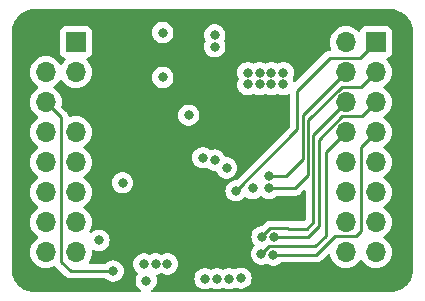
<source format=gbr>
%TF.GenerationSoftware,KiCad,Pcbnew,7.0.7-2.fc38*%
%TF.CreationDate,2023-11-16T23:20:58-08:00*%
%TF.ProjectId,TinySparrow,54696e79-5370-4617-9272-6f772e6b6963,rev?*%
%TF.SameCoordinates,Original*%
%TF.FileFunction,Copper,L3,Inr*%
%TF.FilePolarity,Positive*%
%FSLAX46Y46*%
G04 Gerber Fmt 4.6, Leading zero omitted, Abs format (unit mm)*
G04 Created by KiCad (PCBNEW 7.0.7-2.fc38) date 2023-11-16 23:20:58*
%MOMM*%
%LPD*%
G01*
G04 APERTURE LIST*
%TA.AperFunction,ComponentPad*%
%ADD10R,1.700000X1.700000*%
%TD*%
%TA.AperFunction,ComponentPad*%
%ADD11O,1.700000X1.700000*%
%TD*%
%TA.AperFunction,ViaPad*%
%ADD12C,0.800000*%
%TD*%
%TA.AperFunction,Conductor*%
%ADD13C,0.250000*%
%TD*%
G04 APERTURE END LIST*
D10*
%TO.N,/CANL*%
%TO.C,J1*%
X172450000Y-84620000D03*
D11*
%TO.N,GND*%
X169910000Y-84620000D03*
%TO.N,/CANH*%
X172450000Y-87160000D03*
%TO.N,/PA0*%
X169910000Y-87160000D03*
%TO.N,GND*%
X172450000Y-89700000D03*
%TO.N,/~{RESET}*%
X169910000Y-89700000D03*
%TO.N,/SWDIO*%
X172450000Y-92240000D03*
%TO.N,/SWCLK*%
X169910000Y-92240000D03*
%TO.N,/PA15*%
X172450000Y-94780000D03*
%TO.N,/PB3*%
X169910000Y-94780000D03*
%TO.N,/PB4*%
X172450000Y-97320000D03*
%TO.N,/PB5*%
X169910000Y-97320000D03*
%TO.N,/PB6*%
X172450000Y-99860000D03*
%TO.N,/PB7*%
X169910000Y-99860000D03*
%TO.N,/PD0*%
X172450000Y-102400000D03*
%TO.N,/PD1*%
X169910000Y-102400000D03*
%TD*%
D10*
%TO.N,/PA8*%
%TO.C,J2*%
X197850000Y-84620000D03*
D11*
%TO.N,+3V3*%
X195310000Y-84620000D03*
%TO.N,/PA9*%
X197850000Y-87160000D03*
%TO.N,/PA10*%
X195310000Y-87160000D03*
%TO.N,/PB1*%
X197850000Y-89700000D03*
%TO.N,/PB2*%
X195310000Y-89700000D03*
%TO.N,/PA7*%
X197850000Y-92240000D03*
%TO.N,/PB0*%
X195310000Y-92240000D03*
%TO.N,/PA2*%
X197850000Y-94780000D03*
%TO.N,/PA1*%
X195310000Y-94780000D03*
%TO.N,/PA4*%
X197850000Y-97320000D03*
%TO.N,/PA3*%
X195310000Y-97320000D03*
%TO.N,/PA6*%
X197850000Y-99860000D03*
%TO.N,/PA5*%
X195310000Y-99860000D03*
%TO.N,VDC*%
X197850000Y-102400000D03*
X195310000Y-102400000D03*
%TD*%
D12*
%TO.N,GND*%
X175000000Y-91200000D03*
X183800000Y-92600000D03*
X200400000Y-96200000D03*
X172200000Y-105200000D03*
X169200000Y-105200000D03*
X171200000Y-105200000D03*
X200400000Y-97200000D03*
X177000000Y-91200000D03*
X181200000Y-97800000D03*
X181200000Y-98800000D03*
X177000000Y-90200000D03*
X176600000Y-98800000D03*
X200400000Y-95200000D03*
X181200000Y-99800000D03*
X175000000Y-89200000D03*
X182200000Y-98800000D03*
X175000000Y-90200000D03*
X170200000Y-105200000D03*
X176000000Y-90200000D03*
X200400000Y-98200000D03*
X200400000Y-100200000D03*
X180200000Y-98800000D03*
X177000000Y-89200000D03*
X176000000Y-91200000D03*
X200400000Y-102200000D03*
X176000000Y-89200000D03*
X200400000Y-99200000D03*
X200400000Y-101200000D03*
%TO.N,+3V3*%
X190000000Y-88200000D03*
X184200000Y-85000000D03*
X178400000Y-104800000D03*
X187400000Y-97000000D03*
X174400000Y-101400000D03*
X187000000Y-88200000D03*
X188000000Y-87200000D03*
X188000000Y-88200000D03*
X189000000Y-87200000D03*
X184200000Y-84000000D03*
X190000000Y-87200000D03*
X187000000Y-87200000D03*
X189000000Y-88200000D03*
X182000000Y-90800000D03*
%TO.N,/~{RESET}*%
X175600000Y-104000000D03*
%TO.N,/PA0*%
X178200497Y-103400000D03*
%TO.N,/PA1*%
X179200000Y-103400000D03*
%TO.N,/PA2*%
X180200000Y-103400000D03*
%TO.N,/PA3*%
X183388000Y-104648000D03*
%TO.N,/PA4*%
X184387503Y-104648000D03*
%TO.N,/PA5*%
X185420000Y-104648000D03*
%TO.N,/PA6*%
X186418306Y-104599103D03*
%TO.N,/PA7*%
X189152966Y-102632142D03*
%TO.N,/PB0*%
X188157582Y-102541500D03*
%TO.N,/PB1*%
X189213503Y-101092000D03*
%TO.N,/PB2*%
X188214000Y-101092000D03*
%TO.N,/PA8*%
X186000000Y-97200000D03*
%TO.N,/PA9*%
X188800000Y-97000000D03*
%TO.N,/PA10*%
X188812299Y-95987701D03*
%TO.N,/CANRX*%
X179800000Y-83800000D03*
X185200000Y-95263201D03*
%TO.N,/CANTX*%
X179800000Y-87600000D03*
X184200000Y-94600000D03*
%TO.N,/SWDIO*%
X183200000Y-94400000D03*
%TO.N,/PB7*%
X176400000Y-96524500D03*
%TD*%
D13*
%TO.N,/~{RESET}*%
X171200000Y-103200000D02*
X172000000Y-104000000D01*
X172000000Y-104000000D02*
X175600000Y-104000000D01*
X169910000Y-89700000D02*
X171200000Y-90990000D01*
X171200000Y-90990000D02*
X171200000Y-103200000D01*
%TO.N,/PA7*%
X192802858Y-102632142D02*
X194400000Y-101035000D01*
X189152966Y-102632142D02*
X192802858Y-102632142D01*
X196600000Y-100600000D02*
X196600000Y-93490000D01*
X196165000Y-101035000D02*
X196600000Y-100600000D01*
X194400000Y-101035000D02*
X196165000Y-101035000D01*
X196600000Y-93490000D02*
X197850000Y-92240000D01*
%TO.N,/PB0*%
X192692858Y-101907142D02*
X193600000Y-101000000D01*
X193600000Y-101000000D02*
X193600000Y-93950000D01*
X193600000Y-93950000D02*
X195310000Y-92240000D01*
X188157582Y-102541500D02*
X188791940Y-101907142D01*
X188791940Y-101907142D02*
X192692858Y-101907142D01*
%TO.N,/PB1*%
X189213503Y-101092000D02*
X192108000Y-101092000D01*
X193000000Y-92888300D02*
X195013299Y-90875000D01*
X193000000Y-100200000D02*
X193000000Y-92888300D01*
X196675000Y-90875000D02*
X197850000Y-89700000D01*
X192108000Y-101092000D02*
X193000000Y-100200000D01*
X195013299Y-90875000D02*
X196675000Y-90875000D01*
%TO.N,/PB2*%
X190400000Y-100400000D02*
X192000000Y-100400000D01*
X188214000Y-101066198D02*
X188913198Y-100367000D01*
X188214000Y-101092000D02*
X188214000Y-101066198D01*
X192000000Y-100400000D02*
X192550000Y-99850000D01*
X188913198Y-100367000D02*
X190367000Y-100367000D01*
X192550000Y-99850000D02*
X192550000Y-92460000D01*
X192550000Y-92460000D02*
X195310000Y-89700000D01*
X190367000Y-100367000D02*
X190400000Y-100400000D01*
%TO.N,/PA8*%
X191200000Y-88730000D02*
X193945000Y-85985000D01*
X196485000Y-85985000D02*
X197850000Y-84620000D01*
X191200000Y-92000000D02*
X186000000Y-97200000D01*
X193945000Y-85985000D02*
X196485000Y-85985000D01*
X191200000Y-88730000D02*
X191200000Y-92000000D01*
%TO.N,/PA9*%
X192100000Y-95900000D02*
X192100000Y-91248299D01*
X194948299Y-88400000D02*
X196610000Y-88400000D01*
X196610000Y-88400000D02*
X197850000Y-87160000D01*
X188800000Y-97000000D02*
X191000000Y-97000000D01*
X191000000Y-97000000D02*
X192100000Y-95900000D01*
X192100000Y-91248299D02*
X194948299Y-88400000D01*
%TO.N,/PA10*%
X191650000Y-90820000D02*
X195310000Y-87160000D01*
X191650000Y-94550000D02*
X191650000Y-90820000D01*
X190212299Y-95987701D02*
X191650000Y-94550000D01*
X188812299Y-95987701D02*
X190212299Y-95987701D01*
%TD*%
%TA.AperFunction,Conductor*%
%TO.N,GND*%
G36*
X199002019Y-81800633D02*
G01*
X199037198Y-81802938D01*
X199083708Y-81805986D01*
X199265459Y-81818985D01*
X199273100Y-81820015D01*
X199366738Y-81838641D01*
X199389420Y-81843153D01*
X199415023Y-81848722D01*
X199533666Y-81874531D01*
X199540383Y-81876395D01*
X199659437Y-81916809D01*
X199756671Y-81953076D01*
X199791741Y-81966157D01*
X199797499Y-81968643D01*
X199912952Y-82025578D01*
X200034906Y-82092170D01*
X200039634Y-82095032D01*
X200096571Y-82133076D01*
X200146649Y-82166537D01*
X200149358Y-82168454D01*
X200258652Y-82250271D01*
X200262345Y-82253265D01*
X200359502Y-82338469D01*
X200362448Y-82341228D01*
X200458769Y-82437549D01*
X200461526Y-82440492D01*
X200546729Y-82537648D01*
X200549732Y-82541353D01*
X200601564Y-82610592D01*
X200631543Y-82650639D01*
X200633461Y-82653349D01*
X200704962Y-82760357D01*
X200707828Y-82765091D01*
X200774421Y-82887047D01*
X200831355Y-83002499D01*
X200833841Y-83008257D01*
X200870212Y-83105768D01*
X200883196Y-83140578D01*
X200888289Y-83155581D01*
X200923597Y-83259596D01*
X200925472Y-83266352D01*
X200956846Y-83410579D01*
X200979980Y-83526880D01*
X200981015Y-83534560D01*
X200994017Y-83716350D01*
X200999367Y-83797966D01*
X200999500Y-83802023D01*
X200999500Y-103797975D01*
X200999367Y-103802032D01*
X200994017Y-103883648D01*
X200981015Y-104065438D01*
X200979980Y-104073118D01*
X200956846Y-104189420D01*
X200925472Y-104333646D01*
X200923597Y-104340401D01*
X200883197Y-104459418D01*
X200879208Y-104470115D01*
X200833841Y-104591741D01*
X200831355Y-104597499D01*
X200774421Y-104712952D01*
X200707828Y-104834907D01*
X200704961Y-104839641D01*
X200633461Y-104946649D01*
X200631543Y-104949359D01*
X200549744Y-105058631D01*
X200546723Y-105062357D01*
X200461529Y-105159502D01*
X200458755Y-105162464D01*
X200362464Y-105258755D01*
X200359502Y-105261529D01*
X200262357Y-105346723D01*
X200258631Y-105349744D01*
X200149359Y-105431543D01*
X200146649Y-105433461D01*
X200039641Y-105504961D01*
X200034907Y-105507828D01*
X199912952Y-105574421D01*
X199797499Y-105631355D01*
X199791741Y-105633841D01*
X199670956Y-105678893D01*
X199659418Y-105683197D01*
X199540401Y-105723597D01*
X199533646Y-105725472D01*
X199389420Y-105756846D01*
X199273118Y-105779980D01*
X199265438Y-105781015D01*
X199083648Y-105794017D01*
X199032582Y-105797364D01*
X199002025Y-105799367D01*
X198997976Y-105799500D01*
X178937961Y-105799500D01*
X178870922Y-105779815D01*
X178825167Y-105727011D01*
X178815223Y-105657853D01*
X178844248Y-105594297D01*
X178865076Y-105575182D01*
X178941306Y-105519796D01*
X179005871Y-105472888D01*
X179132533Y-105332216D01*
X179227179Y-105168284D01*
X179285674Y-104988256D01*
X179305460Y-104800000D01*
X179289485Y-104648000D01*
X182482540Y-104648000D01*
X182502326Y-104836256D01*
X182502327Y-104836259D01*
X182560818Y-105016277D01*
X182560821Y-105016284D01*
X182655467Y-105180216D01*
X182726184Y-105258755D01*
X182782129Y-105320888D01*
X182935265Y-105432148D01*
X182935270Y-105432151D01*
X183108192Y-105509142D01*
X183108197Y-105509144D01*
X183293354Y-105548500D01*
X183293355Y-105548500D01*
X183482644Y-105548500D01*
X183482646Y-105548500D01*
X183667803Y-105509144D01*
X183837316Y-105433670D01*
X183906564Y-105424386D01*
X183938187Y-105433671D01*
X184107695Y-105509142D01*
X184107700Y-105509144D01*
X184292857Y-105548500D01*
X184292858Y-105548500D01*
X184482147Y-105548500D01*
X184482149Y-105548500D01*
X184667306Y-105509144D01*
X184840233Y-105432151D01*
X184840243Y-105432143D01*
X184841742Y-105431279D01*
X184842731Y-105431038D01*
X184846170Y-105429508D01*
X184846449Y-105430136D01*
X184909640Y-105414801D01*
X184961149Y-105429922D01*
X184961334Y-105429508D01*
X184964422Y-105430883D01*
X184965747Y-105431272D01*
X184967268Y-105432149D01*
X184967270Y-105432151D01*
X185058766Y-105472888D01*
X185140192Y-105509142D01*
X185140197Y-105509144D01*
X185325354Y-105548500D01*
X185325355Y-105548500D01*
X185514644Y-105548500D01*
X185514646Y-105548500D01*
X185699803Y-105509144D01*
X185872730Y-105432151D01*
X185891818Y-105418282D01*
X185957620Y-105394802D01*
X186015138Y-105405320D01*
X186138503Y-105460247D01*
X186323660Y-105499603D01*
X186323661Y-105499603D01*
X186512950Y-105499603D01*
X186512952Y-105499603D01*
X186698109Y-105460247D01*
X186871036Y-105383254D01*
X187024177Y-105271991D01*
X187150839Y-105131319D01*
X187245485Y-104967387D01*
X187303980Y-104787359D01*
X187323766Y-104599103D01*
X187303980Y-104410847D01*
X187245485Y-104230819D01*
X187150839Y-104066887D01*
X187024177Y-103926215D01*
X187001855Y-103909997D01*
X186871040Y-103814954D01*
X186871035Y-103814951D01*
X186698113Y-103737960D01*
X186698108Y-103737958D01*
X186552306Y-103706968D01*
X186512952Y-103698603D01*
X186323660Y-103698603D01*
X186291203Y-103705501D01*
X186138503Y-103737958D01*
X186138498Y-103737960D01*
X185965574Y-103814952D01*
X185946484Y-103828822D01*
X185880677Y-103852300D01*
X185823166Y-103841781D01*
X185699807Y-103786857D01*
X185699802Y-103786855D01*
X185553031Y-103755659D01*
X185514646Y-103747500D01*
X185325354Y-103747500D01*
X185292897Y-103754398D01*
X185140197Y-103786855D01*
X185140192Y-103786857D01*
X184967266Y-103863850D01*
X184965736Y-103864734D01*
X184964740Y-103864975D01*
X184961334Y-103866492D01*
X184961056Y-103865868D01*
X184897834Y-103881197D01*
X184846352Y-103866079D01*
X184846169Y-103866492D01*
X184843088Y-103865120D01*
X184841759Y-103864730D01*
X184840232Y-103863848D01*
X184667310Y-103786857D01*
X184667305Y-103786855D01*
X184520534Y-103755659D01*
X184482149Y-103747500D01*
X184292857Y-103747500D01*
X184260400Y-103754398D01*
X184107700Y-103786855D01*
X184107695Y-103786857D01*
X183938187Y-103862328D01*
X183868937Y-103871613D01*
X183837315Y-103862328D01*
X183667807Y-103786857D01*
X183667802Y-103786855D01*
X183521031Y-103755659D01*
X183482646Y-103747500D01*
X183293354Y-103747500D01*
X183260897Y-103754398D01*
X183108197Y-103786855D01*
X183108192Y-103786857D01*
X182935270Y-103863848D01*
X182935265Y-103863851D01*
X182782129Y-103975111D01*
X182655466Y-104115785D01*
X182560821Y-104279715D01*
X182560818Y-104279722D01*
X182502432Y-104459418D01*
X182502326Y-104459744D01*
X182482540Y-104648000D01*
X179289485Y-104648000D01*
X179285674Y-104611744D01*
X179234212Y-104453364D01*
X179232218Y-104383525D01*
X179268298Y-104323692D01*
X179326363Y-104293758D01*
X179479803Y-104261144D01*
X179649566Y-104185559D01*
X179718812Y-104176274D01*
X179750433Y-104185559D01*
X179920197Y-104261144D01*
X180105354Y-104300500D01*
X180105355Y-104300500D01*
X180294644Y-104300500D01*
X180294646Y-104300500D01*
X180479803Y-104261144D01*
X180652730Y-104184151D01*
X180805871Y-104072888D01*
X180932533Y-103932216D01*
X181027179Y-103768284D01*
X181085674Y-103588256D01*
X181105460Y-103400000D01*
X181085674Y-103211744D01*
X181027179Y-103031716D01*
X180932533Y-102867784D01*
X180805871Y-102727112D01*
X180805870Y-102727111D01*
X180652734Y-102615851D01*
X180652729Y-102615848D01*
X180479807Y-102538857D01*
X180479802Y-102538855D01*
X180334000Y-102507865D01*
X180294646Y-102499500D01*
X180105354Y-102499500D01*
X180072897Y-102506398D01*
X179920197Y-102538855D01*
X179920192Y-102538857D01*
X179750436Y-102614439D01*
X179681186Y-102623724D01*
X179649564Y-102614439D01*
X179479807Y-102538857D01*
X179479802Y-102538855D01*
X179334000Y-102507865D01*
X179294646Y-102499500D01*
X179105354Y-102499500D01*
X179072897Y-102506398D01*
X178920197Y-102538855D01*
X178920192Y-102538857D01*
X178750684Y-102614328D01*
X178681434Y-102623613D01*
X178649812Y-102614328D01*
X178480304Y-102538857D01*
X178480299Y-102538855D01*
X178334497Y-102507865D01*
X178295143Y-102499500D01*
X178105851Y-102499500D01*
X178073394Y-102506398D01*
X177920694Y-102538855D01*
X177920689Y-102538857D01*
X177747767Y-102615848D01*
X177747762Y-102615851D01*
X177594626Y-102727111D01*
X177467963Y-102867785D01*
X177373318Y-103031715D01*
X177373315Y-103031722D01*
X177314824Y-103211740D01*
X177314823Y-103211744D01*
X177295037Y-103400000D01*
X177314823Y-103588256D01*
X177314824Y-103588259D01*
X177373315Y-103768277D01*
X177373318Y-103768284D01*
X177467964Y-103932216D01*
X177583910Y-104060987D01*
X177594626Y-104072888D01*
X177594630Y-104072891D01*
X177634884Y-104102137D01*
X177677550Y-104157466D01*
X177683531Y-104227079D01*
X177669388Y-104264455D01*
X177572820Y-104431718D01*
X177572818Y-104431722D01*
X177518433Y-104599103D01*
X177514326Y-104611744D01*
X177494540Y-104800000D01*
X177514326Y-104988256D01*
X177514327Y-104988259D01*
X177572818Y-105168277D01*
X177572821Y-105168284D01*
X177667467Y-105332216D01*
X177757449Y-105432151D01*
X177794129Y-105472888D01*
X177934924Y-105575182D01*
X177977590Y-105630512D01*
X177983569Y-105700125D01*
X177950963Y-105761920D01*
X177890124Y-105796278D01*
X177862039Y-105799500D01*
X169002024Y-105799500D01*
X168997974Y-105799367D01*
X168959954Y-105796875D01*
X168916350Y-105794017D01*
X168734560Y-105781015D01*
X168726880Y-105779980D01*
X168610579Y-105756846D01*
X168466352Y-105725472D01*
X168459596Y-105723597D01*
X168391554Y-105700500D01*
X168340578Y-105683196D01*
X168305768Y-105670212D01*
X168208257Y-105633841D01*
X168202499Y-105631355D01*
X168087047Y-105574421D01*
X167965091Y-105507828D01*
X167960357Y-105504962D01*
X167853349Y-105433461D01*
X167850639Y-105431543D01*
X167786128Y-105383251D01*
X167741353Y-105349732D01*
X167737648Y-105346729D01*
X167640492Y-105261526D01*
X167637549Y-105258769D01*
X167541228Y-105162448D01*
X167538469Y-105159502D01*
X167453265Y-105062345D01*
X167450271Y-105058652D01*
X167368454Y-104949358D01*
X167366537Y-104946649D01*
X167295036Y-104839641D01*
X167292170Y-104834906D01*
X167225578Y-104712952D01*
X167168643Y-104597499D01*
X167166157Y-104591741D01*
X167143954Y-104532214D01*
X167116809Y-104459437D01*
X167076395Y-104340383D01*
X167074531Y-104333666D01*
X167043153Y-104189420D01*
X167035273Y-104149807D01*
X167020015Y-104073100D01*
X167018985Y-104065459D01*
X167005986Y-103883708D01*
X167002389Y-103828822D01*
X167000633Y-103802019D01*
X167000500Y-103797964D01*
X167000500Y-102400000D01*
X168554341Y-102400000D01*
X168574936Y-102635403D01*
X168574938Y-102635413D01*
X168636094Y-102863655D01*
X168636096Y-102863659D01*
X168636097Y-102863663D01*
X168716004Y-103035023D01*
X168735965Y-103077830D01*
X168735967Y-103077834D01*
X168818425Y-103195595D01*
X168871505Y-103271401D01*
X169038599Y-103438495D01*
X169116846Y-103493284D01*
X169232165Y-103574032D01*
X169232167Y-103574033D01*
X169232170Y-103574035D01*
X169446337Y-103673903D01*
X169674592Y-103735063D01*
X169862918Y-103751539D01*
X169909999Y-103755659D01*
X169910000Y-103755659D01*
X169910001Y-103755659D01*
X169949234Y-103752226D01*
X170145408Y-103735063D01*
X170373663Y-103673903D01*
X170577923Y-103578654D01*
X170646998Y-103568163D01*
X170710782Y-103596683D01*
X170730641Y-103618147D01*
X170740406Y-103631587D01*
X170776309Y-103661288D01*
X170780620Y-103665210D01*
X171342488Y-104227079D01*
X171499197Y-104383788D01*
X171509022Y-104396051D01*
X171509243Y-104395869D01*
X171514214Y-104401878D01*
X171540217Y-104426295D01*
X171564635Y-104449226D01*
X171585529Y-104470120D01*
X171591011Y-104474373D01*
X171595443Y-104478157D01*
X171629418Y-104510062D01*
X171646976Y-104519714D01*
X171663233Y-104530393D01*
X171679064Y-104542673D01*
X171698737Y-104551186D01*
X171721833Y-104561182D01*
X171727077Y-104563750D01*
X171767908Y-104586197D01*
X171780523Y-104589435D01*
X171787305Y-104591177D01*
X171805719Y-104597481D01*
X171824104Y-104605438D01*
X171870157Y-104612732D01*
X171875826Y-104613906D01*
X171920981Y-104625500D01*
X171941016Y-104625500D01*
X171960413Y-104627026D01*
X171980196Y-104630160D01*
X172026583Y-104625775D01*
X172032422Y-104625500D01*
X174896252Y-104625500D01*
X174963291Y-104645185D01*
X174988400Y-104666526D01*
X174994126Y-104672885D01*
X174994130Y-104672889D01*
X175147265Y-104784148D01*
X175147270Y-104784151D01*
X175320192Y-104861142D01*
X175320197Y-104861144D01*
X175505354Y-104900500D01*
X175505355Y-104900500D01*
X175694644Y-104900500D01*
X175694646Y-104900500D01*
X175879803Y-104861144D01*
X176052730Y-104784151D01*
X176205871Y-104672888D01*
X176332533Y-104532216D01*
X176427179Y-104368284D01*
X176485674Y-104188256D01*
X176505460Y-104000000D01*
X176485674Y-103811744D01*
X176427179Y-103631716D01*
X176332533Y-103467784D01*
X176205871Y-103327112D01*
X176205870Y-103327111D01*
X176052734Y-103215851D01*
X176052729Y-103215848D01*
X175879807Y-103138857D01*
X175879802Y-103138855D01*
X175734001Y-103107865D01*
X175694646Y-103099500D01*
X175505354Y-103099500D01*
X175472897Y-103106398D01*
X175320197Y-103138855D01*
X175320192Y-103138857D01*
X175147270Y-103215848D01*
X175147265Y-103215851D01*
X174994130Y-103327110D01*
X174994126Y-103327114D01*
X174988400Y-103333474D01*
X174928913Y-103370121D01*
X174896252Y-103374500D01*
X173654506Y-103374500D01*
X173587467Y-103354815D01*
X173541712Y-103302011D01*
X173531768Y-103232853D01*
X173552930Y-103179378D01*
X173624035Y-103077830D01*
X173723903Y-102863663D01*
X173785063Y-102635408D01*
X173805659Y-102400000D01*
X173798616Y-102319505D01*
X173812382Y-102251007D01*
X173860997Y-102200824D01*
X173929025Y-102184890D01*
X173972580Y-102195420D01*
X174120192Y-102261142D01*
X174120197Y-102261144D01*
X174305354Y-102300500D01*
X174305355Y-102300500D01*
X174494644Y-102300500D01*
X174494646Y-102300500D01*
X174679803Y-102261144D01*
X174852730Y-102184151D01*
X175005871Y-102072888D01*
X175132533Y-101932216D01*
X175227179Y-101768284D01*
X175285674Y-101588256D01*
X175305460Y-101400000D01*
X175285674Y-101211744D01*
X175228364Y-101035364D01*
X175227181Y-101031722D01*
X175227180Y-101031721D01*
X175227179Y-101031716D01*
X175132533Y-100867784D01*
X175005871Y-100727112D01*
X175001197Y-100723716D01*
X174852734Y-100615851D01*
X174852729Y-100615848D01*
X174679807Y-100538857D01*
X174679802Y-100538855D01*
X174534000Y-100507865D01*
X174494646Y-100499500D01*
X174305354Y-100499500D01*
X174272897Y-100506398D01*
X174120197Y-100538855D01*
X174120192Y-100538857D01*
X173947270Y-100615848D01*
X173947265Y-100615851D01*
X173794129Y-100727111D01*
X173789596Y-100732146D01*
X173730107Y-100768791D01*
X173660250Y-100767458D01*
X173602204Y-100728568D01*
X173574398Y-100664470D01*
X173585660Y-100595514D01*
X173595871Y-100578051D01*
X173624035Y-100537830D01*
X173723903Y-100323663D01*
X173785063Y-100095408D01*
X173805659Y-99860000D01*
X173785063Y-99624592D01*
X173723903Y-99396337D01*
X173624035Y-99182171D01*
X173488495Y-98988599D01*
X173488494Y-98988597D01*
X173321402Y-98821506D01*
X173321401Y-98821505D01*
X173135842Y-98691575D01*
X173135841Y-98691574D01*
X173092216Y-98636997D01*
X173085024Y-98567498D01*
X173116546Y-98505144D01*
X173135836Y-98488428D01*
X173321401Y-98358495D01*
X173488495Y-98191401D01*
X173624035Y-97997830D01*
X173723903Y-97783663D01*
X173785063Y-97555408D01*
X173805659Y-97320000D01*
X173785063Y-97084592D01*
X173723903Y-96856337D01*
X173624035Y-96642171D01*
X173543471Y-96527112D01*
X173541642Y-96524500D01*
X175494540Y-96524500D01*
X175514326Y-96712756D01*
X175514327Y-96712759D01*
X175572818Y-96892777D01*
X175572821Y-96892784D01*
X175667467Y-97056716D01*
X175783102Y-97185141D01*
X175794129Y-97197388D01*
X175947265Y-97308648D01*
X175947270Y-97308651D01*
X176120192Y-97385642D01*
X176120197Y-97385644D01*
X176305354Y-97425000D01*
X176305355Y-97425000D01*
X176494644Y-97425000D01*
X176494646Y-97425000D01*
X176679803Y-97385644D01*
X176852730Y-97308651D01*
X177002276Y-97200000D01*
X185094540Y-97200000D01*
X185114326Y-97388256D01*
X185114327Y-97388259D01*
X185172818Y-97568277D01*
X185172821Y-97568284D01*
X185267467Y-97732216D01*
X185314227Y-97784148D01*
X185394129Y-97872888D01*
X185547265Y-97984148D01*
X185547270Y-97984151D01*
X185720192Y-98061142D01*
X185720197Y-98061144D01*
X185905354Y-98100500D01*
X185905355Y-98100500D01*
X186094644Y-98100500D01*
X186094646Y-98100500D01*
X186279803Y-98061144D01*
X186452730Y-97984151D01*
X186605871Y-97872888D01*
X186714477Y-97752268D01*
X186773964Y-97715620D01*
X186843821Y-97716951D01*
X186879512Y-97734923D01*
X186947265Y-97784148D01*
X186947270Y-97784151D01*
X187120192Y-97861142D01*
X187120197Y-97861144D01*
X187305354Y-97900500D01*
X187305355Y-97900500D01*
X187494644Y-97900500D01*
X187494646Y-97900500D01*
X187679803Y-97861144D01*
X187852730Y-97784151D01*
X188005871Y-97672888D01*
X188005875Y-97672884D01*
X188007849Y-97670692D01*
X188009309Y-97669792D01*
X188010706Y-97668535D01*
X188010935Y-97668790D01*
X188067335Y-97634043D01*
X188137192Y-97635372D01*
X188189110Y-97668738D01*
X188189294Y-97668535D01*
X188190539Y-97669656D01*
X188192151Y-97670692D01*
X188194124Y-97672884D01*
X188194130Y-97672889D01*
X188347265Y-97784148D01*
X188347270Y-97784151D01*
X188520192Y-97861142D01*
X188520197Y-97861144D01*
X188705354Y-97900500D01*
X188705355Y-97900500D01*
X188894644Y-97900500D01*
X188894646Y-97900500D01*
X189079803Y-97861144D01*
X189252730Y-97784151D01*
X189405871Y-97672888D01*
X189409608Y-97668738D01*
X189411600Y-97666526D01*
X189471087Y-97629879D01*
X189503748Y-97625500D01*
X190917257Y-97625500D01*
X190932877Y-97627224D01*
X190932904Y-97626939D01*
X190940660Y-97627671D01*
X190940667Y-97627673D01*
X191009814Y-97625500D01*
X191039350Y-97625500D01*
X191046228Y-97624630D01*
X191052041Y-97624172D01*
X191098627Y-97622709D01*
X191117869Y-97617117D01*
X191136912Y-97613174D01*
X191156792Y-97610664D01*
X191200122Y-97593507D01*
X191205646Y-97591617D01*
X191209396Y-97590527D01*
X191250390Y-97578618D01*
X191267629Y-97568422D01*
X191285103Y-97559862D01*
X191303727Y-97552488D01*
X191303727Y-97552487D01*
X191303732Y-97552486D01*
X191341449Y-97525082D01*
X191346305Y-97521892D01*
X191386420Y-97498170D01*
X191400589Y-97483999D01*
X191415379Y-97471368D01*
X191431587Y-97459594D01*
X191461299Y-97423676D01*
X191465212Y-97419376D01*
X191712820Y-97171769D01*
X191774142Y-97138285D01*
X191843834Y-97143269D01*
X191899767Y-97185141D01*
X191924184Y-97250605D01*
X191924500Y-97259451D01*
X191924500Y-99539546D01*
X191904815Y-99606585D01*
X191888185Y-99627222D01*
X191777226Y-99738182D01*
X191715906Y-99771666D01*
X191689547Y-99774500D01*
X190598473Y-99774500D01*
X190549224Y-99764300D01*
X190542898Y-99761562D01*
X190542892Y-99761560D01*
X190496874Y-99754272D01*
X190491152Y-99753087D01*
X190446021Y-99741500D01*
X190446019Y-99741500D01*
X190425984Y-99741500D01*
X190406586Y-99739973D01*
X190395271Y-99738181D01*
X190386805Y-99736840D01*
X190386804Y-99736840D01*
X190340416Y-99741225D01*
X190334578Y-99741500D01*
X188995935Y-99741500D01*
X188980318Y-99739776D01*
X188980291Y-99740062D01*
X188972529Y-99739327D01*
X188903401Y-99741500D01*
X188873848Y-99741500D01*
X188873127Y-99741590D01*
X188866955Y-99742369D01*
X188861143Y-99742826D01*
X188814576Y-99744290D01*
X188814565Y-99744292D01*
X188795332Y-99749879D01*
X188776292Y-99753822D01*
X188756415Y-99756334D01*
X188756408Y-99756335D01*
X188756406Y-99756336D01*
X188756404Y-99756336D01*
X188756403Y-99756337D01*
X188713066Y-99773494D01*
X188707540Y-99775386D01*
X188662809Y-99788382D01*
X188662806Y-99788383D01*
X188645561Y-99798581D01*
X188628099Y-99807135D01*
X188609470Y-99814511D01*
X188609465Y-99814513D01*
X188571762Y-99841906D01*
X188566880Y-99845112D01*
X188526778Y-99868828D01*
X188512606Y-99883000D01*
X188497821Y-99895628D01*
X188481610Y-99907407D01*
X188451907Y-99943310D01*
X188447975Y-99947630D01*
X188350902Y-100044703D01*
X188240424Y-100155182D01*
X188179104Y-100188666D01*
X188152745Y-100191500D01*
X188119354Y-100191500D01*
X188086897Y-100198398D01*
X187934197Y-100230855D01*
X187934192Y-100230857D01*
X187761270Y-100307848D01*
X187761265Y-100307851D01*
X187608129Y-100419111D01*
X187481466Y-100559785D01*
X187386821Y-100723715D01*
X187386818Y-100723722D01*
X187328327Y-100903740D01*
X187328326Y-100903744D01*
X187308540Y-101092000D01*
X187328326Y-101280256D01*
X187328327Y-101280259D01*
X187386818Y-101460277D01*
X187386821Y-101460284D01*
X187481464Y-101624212D01*
X187481465Y-101624214D01*
X187481467Y-101624216D01*
X187551909Y-101702450D01*
X187582138Y-101765439D01*
X187573513Y-101834774D01*
X187551908Y-101868392D01*
X187425048Y-102009285D01*
X187330403Y-102173215D01*
X187330400Y-102173222D01*
X187271909Y-102353240D01*
X187271908Y-102353244D01*
X187252122Y-102541500D01*
X187271908Y-102729756D01*
X187271909Y-102729759D01*
X187330400Y-102909777D01*
X187330403Y-102909784D01*
X187425049Y-103073716D01*
X187498705Y-103155519D01*
X187551711Y-103214388D01*
X187704847Y-103325648D01*
X187704852Y-103325651D01*
X187877774Y-103402642D01*
X187877779Y-103402644D01*
X188062936Y-103442000D01*
X188062937Y-103442000D01*
X188252226Y-103442000D01*
X188252228Y-103442000D01*
X188437385Y-103402644D01*
X188523313Y-103364385D01*
X188592558Y-103355100D01*
X188646630Y-103377346D01*
X188677811Y-103400000D01*
X188700236Y-103416293D01*
X188873158Y-103493284D01*
X188873163Y-103493286D01*
X189058320Y-103532642D01*
X189058321Y-103532642D01*
X189247610Y-103532642D01*
X189247612Y-103532642D01*
X189432769Y-103493286D01*
X189605696Y-103416293D01*
X189758837Y-103305030D01*
X189761754Y-103301789D01*
X189764566Y-103298668D01*
X189824053Y-103262021D01*
X189856714Y-103257642D01*
X192720115Y-103257642D01*
X192735735Y-103259366D01*
X192735762Y-103259081D01*
X192743518Y-103259813D01*
X192743525Y-103259815D01*
X192812672Y-103257642D01*
X192842208Y-103257642D01*
X192849086Y-103256772D01*
X192854899Y-103256314D01*
X192901485Y-103254851D01*
X192920727Y-103249259D01*
X192939770Y-103245316D01*
X192959650Y-103242806D01*
X193002980Y-103225649D01*
X193008504Y-103223759D01*
X193012254Y-103222669D01*
X193053248Y-103210760D01*
X193070487Y-103200564D01*
X193087961Y-103192004D01*
X193106585Y-103184630D01*
X193106585Y-103184629D01*
X193106590Y-103184628D01*
X193144307Y-103157224D01*
X193149163Y-103154034D01*
X193189278Y-103130312D01*
X193203447Y-103116141D01*
X193218237Y-103103510D01*
X193234445Y-103091736D01*
X193264157Y-103055818D01*
X193268070Y-103051518D01*
X193763515Y-102556073D01*
X193824836Y-102522590D01*
X193894528Y-102527574D01*
X193950461Y-102569446D01*
X193973649Y-102630140D01*
X193973998Y-102630079D01*
X193974317Y-102631889D01*
X193974722Y-102632949D01*
X193974936Y-102635403D01*
X193974938Y-102635413D01*
X194036094Y-102863655D01*
X194036096Y-102863659D01*
X194036097Y-102863663D01*
X194116004Y-103035023D01*
X194135965Y-103077830D01*
X194135967Y-103077834D01*
X194218425Y-103195595D01*
X194271505Y-103271401D01*
X194438599Y-103438495D01*
X194516846Y-103493284D01*
X194632165Y-103574032D01*
X194632167Y-103574033D01*
X194632170Y-103574035D01*
X194846337Y-103673903D01*
X195074592Y-103735063D01*
X195262918Y-103751539D01*
X195309999Y-103755659D01*
X195310000Y-103755659D01*
X195310001Y-103755659D01*
X195349234Y-103752226D01*
X195545408Y-103735063D01*
X195773663Y-103673903D01*
X195987830Y-103574035D01*
X196181401Y-103438495D01*
X196348495Y-103271401D01*
X196466056Y-103103507D01*
X196478425Y-103085842D01*
X196533002Y-103042217D01*
X196602500Y-103035023D01*
X196664855Y-103066546D01*
X196681575Y-103085842D01*
X196811500Y-103271395D01*
X196811505Y-103271401D01*
X196978599Y-103438495D01*
X197056846Y-103493284D01*
X197172165Y-103574032D01*
X197172167Y-103574033D01*
X197172170Y-103574035D01*
X197386337Y-103673903D01*
X197614592Y-103735063D01*
X197802918Y-103751539D01*
X197849999Y-103755659D01*
X197850000Y-103755659D01*
X197850001Y-103755659D01*
X197889234Y-103752226D01*
X198085408Y-103735063D01*
X198313663Y-103673903D01*
X198527830Y-103574035D01*
X198721401Y-103438495D01*
X198888495Y-103271401D01*
X199024035Y-103077830D01*
X199123903Y-102863663D01*
X199185063Y-102635408D01*
X199205659Y-102400000D01*
X199185063Y-102164592D01*
X199123903Y-101936337D01*
X199024035Y-101722171D01*
X199010225Y-101702447D01*
X198888494Y-101528597D01*
X198721402Y-101361506D01*
X198721396Y-101361501D01*
X198535842Y-101231575D01*
X198492217Y-101176998D01*
X198485023Y-101107500D01*
X198516546Y-101045145D01*
X198535842Y-101028425D01*
X198566897Y-101006680D01*
X198721401Y-100898495D01*
X198888495Y-100731401D01*
X199024035Y-100537830D01*
X199123903Y-100323663D01*
X199185063Y-100095408D01*
X199205659Y-99860000D01*
X199185063Y-99624592D01*
X199123903Y-99396337D01*
X199024035Y-99182171D01*
X198888495Y-98988599D01*
X198888494Y-98988597D01*
X198721402Y-98821506D01*
X198721401Y-98821505D01*
X198535842Y-98691575D01*
X198535841Y-98691574D01*
X198492216Y-98636997D01*
X198485024Y-98567498D01*
X198516546Y-98505144D01*
X198535836Y-98488428D01*
X198721401Y-98358495D01*
X198888495Y-98191401D01*
X199024035Y-97997830D01*
X199123903Y-97783663D01*
X199185063Y-97555408D01*
X199205659Y-97320000D01*
X199185063Y-97084592D01*
X199123903Y-96856337D01*
X199024035Y-96642171D01*
X198943471Y-96527112D01*
X198888494Y-96448597D01*
X198721402Y-96281506D01*
X198721396Y-96281501D01*
X198535842Y-96151575D01*
X198492217Y-96096998D01*
X198485023Y-96027500D01*
X198516546Y-95965145D01*
X198535842Y-95948425D01*
X198693946Y-95837719D01*
X198721401Y-95818495D01*
X198888495Y-95651401D01*
X199024035Y-95457830D01*
X199123903Y-95243663D01*
X199185063Y-95015408D01*
X199205659Y-94780000D01*
X199185063Y-94544592D01*
X199123903Y-94316337D01*
X199024035Y-94102171D01*
X198974707Y-94031722D01*
X198888494Y-93908597D01*
X198721402Y-93741506D01*
X198721401Y-93741505D01*
X198541946Y-93615849D01*
X198535841Y-93611574D01*
X198492216Y-93556997D01*
X198485024Y-93487498D01*
X198516546Y-93425144D01*
X198535836Y-93408428D01*
X198721401Y-93278495D01*
X198888495Y-93111401D01*
X199024035Y-92917830D01*
X199123903Y-92703663D01*
X199185063Y-92475408D01*
X199205659Y-92240000D01*
X199185063Y-92004592D01*
X199123903Y-91776337D01*
X199024035Y-91562171D01*
X198982375Y-91502673D01*
X198888494Y-91368597D01*
X198721402Y-91201506D01*
X198721396Y-91201501D01*
X198535842Y-91071575D01*
X198492217Y-91016998D01*
X198485023Y-90947500D01*
X198516546Y-90885145D01*
X198535842Y-90868425D01*
X198558026Y-90852891D01*
X198721401Y-90738495D01*
X198888495Y-90571401D01*
X199024035Y-90377830D01*
X199123903Y-90163663D01*
X199185063Y-89935408D01*
X199205659Y-89700000D01*
X199185063Y-89464592D01*
X199123903Y-89236337D01*
X199024035Y-89022171D01*
X198997414Y-88984151D01*
X198888494Y-88828597D01*
X198721402Y-88661506D01*
X198721401Y-88661505D01*
X198535842Y-88531575D01*
X198535841Y-88531574D01*
X198492216Y-88476997D01*
X198485024Y-88407498D01*
X198516546Y-88345144D01*
X198535836Y-88328428D01*
X198721401Y-88198495D01*
X198888495Y-88031401D01*
X199024035Y-87837830D01*
X199123903Y-87623663D01*
X199185063Y-87395408D01*
X199205659Y-87160000D01*
X199185063Y-86924592D01*
X199123903Y-86696337D01*
X199024035Y-86482171D01*
X199018424Y-86474158D01*
X198888496Y-86288600D01*
X198888493Y-86288597D01*
X198766567Y-86166671D01*
X198733084Y-86105351D01*
X198738068Y-86035659D01*
X198779939Y-85979725D01*
X198810915Y-85962810D01*
X198942331Y-85913796D01*
X199057546Y-85827546D01*
X199143796Y-85712331D01*
X199194091Y-85577483D01*
X199200500Y-85517873D01*
X199200499Y-83722128D01*
X199194091Y-83662517D01*
X199192810Y-83659083D01*
X199143797Y-83527671D01*
X199143793Y-83527664D01*
X199057547Y-83412455D01*
X199057544Y-83412452D01*
X198942335Y-83326206D01*
X198942328Y-83326202D01*
X198807482Y-83275908D01*
X198807483Y-83275908D01*
X198747883Y-83269501D01*
X198747881Y-83269500D01*
X198747873Y-83269500D01*
X198747864Y-83269500D01*
X196952129Y-83269500D01*
X196952123Y-83269501D01*
X196892516Y-83275908D01*
X196757671Y-83326202D01*
X196757664Y-83326206D01*
X196642455Y-83412452D01*
X196642452Y-83412455D01*
X196556206Y-83527664D01*
X196556203Y-83527669D01*
X196507189Y-83659083D01*
X196465317Y-83715016D01*
X196399853Y-83739433D01*
X196331580Y-83724581D01*
X196303326Y-83703430D01*
X196181402Y-83581506D01*
X196181395Y-83581501D01*
X195987834Y-83445967D01*
X195987830Y-83445965D01*
X195957271Y-83431715D01*
X195773663Y-83346097D01*
X195773659Y-83346096D01*
X195773655Y-83346094D01*
X195545413Y-83284938D01*
X195545403Y-83284936D01*
X195310001Y-83264341D01*
X195309999Y-83264341D01*
X195074596Y-83284936D01*
X195074586Y-83284938D01*
X194846344Y-83346094D01*
X194846335Y-83346098D01*
X194632171Y-83445964D01*
X194632169Y-83445965D01*
X194438597Y-83581505D01*
X194271505Y-83748597D01*
X194135965Y-83942169D01*
X194135964Y-83942171D01*
X194036098Y-84156335D01*
X194036094Y-84156344D01*
X193974938Y-84384586D01*
X193974936Y-84384596D01*
X193954341Y-84619999D01*
X193954341Y-84620000D01*
X193974936Y-84855403D01*
X193974938Y-84855413D01*
X194036094Y-85083655D01*
X194036096Y-85083659D01*
X194036097Y-85083663D01*
X194081931Y-85181954D01*
X194092423Y-85251032D01*
X194063903Y-85314816D01*
X194005427Y-85353055D01*
X193973445Y-85358298D01*
X193937675Y-85359422D01*
X193935203Y-85359500D01*
X193905650Y-85359500D01*
X193904929Y-85359590D01*
X193898757Y-85360369D01*
X193892945Y-85360826D01*
X193846373Y-85362290D01*
X193846372Y-85362290D01*
X193827129Y-85367881D01*
X193808079Y-85371825D01*
X193788211Y-85374334D01*
X193788209Y-85374335D01*
X193744884Y-85391488D01*
X193739357Y-85393380D01*
X193694610Y-85406381D01*
X193694609Y-85406382D01*
X193677367Y-85416579D01*
X193659899Y-85425137D01*
X193641269Y-85432513D01*
X193641267Y-85432514D01*
X193603576Y-85459898D01*
X193598694Y-85463105D01*
X193558579Y-85486830D01*
X193544408Y-85501000D01*
X193529623Y-85513628D01*
X193513412Y-85525407D01*
X193483709Y-85561310D01*
X193479777Y-85565631D01*
X191065049Y-87980358D01*
X191003726Y-88013843D01*
X190934034Y-88008859D01*
X190878101Y-87966987D01*
X190859437Y-87930995D01*
X190827181Y-87831721D01*
X190827179Y-87831718D01*
X190827179Y-87831716D01*
X190786928Y-87761999D01*
X190770455Y-87694098D01*
X190786929Y-87637998D01*
X190827179Y-87568284D01*
X190850707Y-87495872D01*
X190885674Y-87388256D01*
X190905460Y-87200000D01*
X190885674Y-87011744D01*
X190827179Y-86831716D01*
X190732533Y-86667784D01*
X190605871Y-86527112D01*
X190605870Y-86527111D01*
X190452734Y-86415851D01*
X190452729Y-86415848D01*
X190279807Y-86338857D01*
X190279802Y-86338855D01*
X190134001Y-86307865D01*
X190094646Y-86299500D01*
X189905354Y-86299500D01*
X189872897Y-86306398D01*
X189720197Y-86338855D01*
X189720192Y-86338857D01*
X189550436Y-86414439D01*
X189481186Y-86423724D01*
X189449564Y-86414439D01*
X189279807Y-86338857D01*
X189279802Y-86338855D01*
X189134001Y-86307865D01*
X189094646Y-86299500D01*
X188905354Y-86299500D01*
X188872897Y-86306398D01*
X188720197Y-86338855D01*
X188720192Y-86338857D01*
X188550436Y-86414439D01*
X188481186Y-86423724D01*
X188449564Y-86414439D01*
X188279807Y-86338857D01*
X188279802Y-86338855D01*
X188134001Y-86307865D01*
X188094646Y-86299500D01*
X187905354Y-86299500D01*
X187872897Y-86306398D01*
X187720197Y-86338855D01*
X187720192Y-86338857D01*
X187550436Y-86414439D01*
X187481186Y-86423724D01*
X187449564Y-86414439D01*
X187279807Y-86338857D01*
X187279802Y-86338855D01*
X187134000Y-86307865D01*
X187094646Y-86299500D01*
X186905354Y-86299500D01*
X186872897Y-86306398D01*
X186720197Y-86338855D01*
X186720192Y-86338857D01*
X186547270Y-86415848D01*
X186547265Y-86415851D01*
X186394129Y-86527111D01*
X186267466Y-86667785D01*
X186172821Y-86831715D01*
X186172818Y-86831722D01*
X186114327Y-87011740D01*
X186114326Y-87011744D01*
X186094540Y-87200000D01*
X186114326Y-87388256D01*
X186114327Y-87388259D01*
X186172818Y-87568277D01*
X186172820Y-87568281D01*
X186172821Y-87568284D01*
X186204794Y-87623663D01*
X186213072Y-87638001D01*
X186229543Y-87705901D01*
X186213072Y-87761999D01*
X186172820Y-87831718D01*
X186172818Y-87831722D01*
X186128449Y-87968277D01*
X186114326Y-88011744D01*
X186094540Y-88200000D01*
X186114326Y-88388256D01*
X186114327Y-88388259D01*
X186172818Y-88568277D01*
X186172821Y-88568284D01*
X186267467Y-88732216D01*
X186354249Y-88828597D01*
X186394129Y-88872888D01*
X186547265Y-88984148D01*
X186547270Y-88984151D01*
X186720192Y-89061142D01*
X186720197Y-89061144D01*
X186905354Y-89100500D01*
X186905355Y-89100500D01*
X187094644Y-89100500D01*
X187094646Y-89100500D01*
X187279803Y-89061144D01*
X187449566Y-88985559D01*
X187518813Y-88976275D01*
X187550430Y-88985557D01*
X187720197Y-89061144D01*
X187905354Y-89100500D01*
X187905355Y-89100500D01*
X188094644Y-89100500D01*
X188094646Y-89100500D01*
X188279803Y-89061144D01*
X188449566Y-88985559D01*
X188518813Y-88976275D01*
X188550430Y-88985557D01*
X188720197Y-89061144D01*
X188905354Y-89100500D01*
X188905355Y-89100500D01*
X189094644Y-89100500D01*
X189094646Y-89100500D01*
X189279803Y-89061144D01*
X189449566Y-88985559D01*
X189518813Y-88976275D01*
X189550430Y-88985557D01*
X189720197Y-89061144D01*
X189905354Y-89100500D01*
X189905355Y-89100500D01*
X190094644Y-89100500D01*
X190094646Y-89100500D01*
X190279803Y-89061144D01*
X190400066Y-89007598D01*
X190469313Y-88998313D01*
X190532590Y-89027941D01*
X190569804Y-89087076D01*
X190574500Y-89120878D01*
X190574500Y-91689547D01*
X190554815Y-91756586D01*
X190538181Y-91777228D01*
X186052228Y-96263181D01*
X185990905Y-96296666D01*
X185964547Y-96299500D01*
X185905354Y-96299500D01*
X185872897Y-96306398D01*
X185720197Y-96338855D01*
X185720192Y-96338857D01*
X185547270Y-96415848D01*
X185547265Y-96415851D01*
X185394129Y-96527111D01*
X185267466Y-96667785D01*
X185172821Y-96831715D01*
X185172818Y-96831722D01*
X185114327Y-97011740D01*
X185114326Y-97011744D01*
X185094540Y-97200000D01*
X177002276Y-97200000D01*
X177005871Y-97197388D01*
X177132533Y-97056716D01*
X177227179Y-96892784D01*
X177285674Y-96712756D01*
X177305460Y-96524500D01*
X177285674Y-96336244D01*
X177227179Y-96156216D01*
X177132533Y-95992284D01*
X177005871Y-95851612D01*
X176986749Y-95837719D01*
X176852734Y-95740351D01*
X176852729Y-95740348D01*
X176679807Y-95663357D01*
X176679802Y-95663355D01*
X176529832Y-95631479D01*
X176494646Y-95624000D01*
X176305354Y-95624000D01*
X176272897Y-95630898D01*
X176120197Y-95663355D01*
X176120192Y-95663357D01*
X175947270Y-95740348D01*
X175947265Y-95740351D01*
X175794129Y-95851611D01*
X175667466Y-95992285D01*
X175572821Y-96156215D01*
X175572818Y-96156222D01*
X175520771Y-96316407D01*
X175514326Y-96336244D01*
X175494540Y-96524500D01*
X173541642Y-96524500D01*
X173488494Y-96448597D01*
X173321402Y-96281506D01*
X173321396Y-96281501D01*
X173135842Y-96151575D01*
X173092217Y-96096998D01*
X173085023Y-96027500D01*
X173116546Y-95965145D01*
X173135842Y-95948425D01*
X173293946Y-95837719D01*
X173321401Y-95818495D01*
X173488495Y-95651401D01*
X173624035Y-95457830D01*
X173723903Y-95243663D01*
X173785063Y-95015408D01*
X173805659Y-94780000D01*
X173785063Y-94544592D01*
X173746320Y-94400000D01*
X182294540Y-94400000D01*
X182314326Y-94588256D01*
X182314327Y-94588259D01*
X182372818Y-94768277D01*
X182372821Y-94768284D01*
X182467467Y-94932216D01*
X182594129Y-95072888D01*
X182747265Y-95184148D01*
X182747270Y-95184151D01*
X182920192Y-95261142D01*
X182920197Y-95261144D01*
X183105354Y-95300500D01*
X183105355Y-95300500D01*
X183294644Y-95300500D01*
X183294646Y-95300500D01*
X183479803Y-95261144D01*
X183479805Y-95261142D01*
X183485987Y-95259135D01*
X183486796Y-95261626D01*
X183544473Y-95253873D01*
X183598585Y-95276126D01*
X183747265Y-95384148D01*
X183747270Y-95384151D01*
X183920192Y-95461142D01*
X183920197Y-95461144D01*
X184105354Y-95500500D01*
X184105355Y-95500500D01*
X184240170Y-95500500D01*
X184307209Y-95520185D01*
X184352964Y-95572989D01*
X184358101Y-95586182D01*
X184372818Y-95631479D01*
X184372821Y-95631485D01*
X184467467Y-95795417D01*
X184594129Y-95936088D01*
X184594129Y-95936089D01*
X184747265Y-96047349D01*
X184747270Y-96047352D01*
X184920192Y-96124343D01*
X184920197Y-96124345D01*
X185105354Y-96163701D01*
X185105355Y-96163701D01*
X185294644Y-96163701D01*
X185294646Y-96163701D01*
X185479803Y-96124345D01*
X185652730Y-96047352D01*
X185805871Y-95936089D01*
X185932533Y-95795417D01*
X186027179Y-95631485D01*
X186085674Y-95451457D01*
X186105460Y-95263201D01*
X186085674Y-95074945D01*
X186027179Y-94894917D01*
X185932533Y-94730985D01*
X185805871Y-94590313D01*
X185742947Y-94544596D01*
X185652734Y-94479052D01*
X185652729Y-94479049D01*
X185479807Y-94402058D01*
X185479802Y-94402056D01*
X185327960Y-94369782D01*
X185294646Y-94362701D01*
X185159830Y-94362701D01*
X185092791Y-94343016D01*
X185047036Y-94290212D01*
X185041899Y-94277019D01*
X185027178Y-94231714D01*
X185027177Y-94231712D01*
X184932534Y-94067785D01*
X184805870Y-93927111D01*
X184652734Y-93815851D01*
X184652729Y-93815848D01*
X184479807Y-93738857D01*
X184479802Y-93738855D01*
X184334000Y-93707865D01*
X184294646Y-93699500D01*
X184105354Y-93699500D01*
X184065999Y-93707865D01*
X183920198Y-93738855D01*
X183914014Y-93740865D01*
X183913208Y-93738385D01*
X183855461Y-93746117D01*
X183801415Y-93723875D01*
X183652730Y-93615849D01*
X183652729Y-93615848D01*
X183479807Y-93538857D01*
X183479802Y-93538855D01*
X183334001Y-93507865D01*
X183294646Y-93499500D01*
X183105354Y-93499500D01*
X183072897Y-93506398D01*
X182920197Y-93538855D01*
X182920192Y-93538857D01*
X182747270Y-93615848D01*
X182747265Y-93615851D01*
X182594129Y-93727111D01*
X182467466Y-93867785D01*
X182372821Y-94031715D01*
X182372818Y-94031722D01*
X182314327Y-94211740D01*
X182314326Y-94211744D01*
X182294540Y-94400000D01*
X173746320Y-94400000D01*
X173723903Y-94316337D01*
X173624035Y-94102171D01*
X173574707Y-94031722D01*
X173488494Y-93908597D01*
X173321402Y-93741506D01*
X173321401Y-93741505D01*
X173141946Y-93615849D01*
X173135841Y-93611574D01*
X173092216Y-93556997D01*
X173085024Y-93487498D01*
X173116546Y-93425144D01*
X173135836Y-93408428D01*
X173321401Y-93278495D01*
X173488495Y-93111401D01*
X173624035Y-92917830D01*
X173723903Y-92703663D01*
X173785063Y-92475408D01*
X173805659Y-92240000D01*
X173785063Y-92004592D01*
X173723903Y-91776337D01*
X173624035Y-91562171D01*
X173582375Y-91502673D01*
X173488494Y-91368597D01*
X173321402Y-91201506D01*
X173321395Y-91201501D01*
X173127834Y-91065967D01*
X173127830Y-91065965D01*
X173127829Y-91065964D01*
X172913663Y-90966097D01*
X172913659Y-90966096D01*
X172913655Y-90966094D01*
X172685413Y-90904938D01*
X172685403Y-90904936D01*
X172450001Y-90884341D01*
X172449999Y-90884341D01*
X172214596Y-90904936D01*
X172214586Y-90904938D01*
X171986330Y-90966098D01*
X171982501Y-90967492D01*
X171912772Y-90971920D01*
X171851718Y-90937946D01*
X171821022Y-90885567D01*
X171817120Y-90872139D01*
X171813174Y-90853084D01*
X171810664Y-90833208D01*
X171797516Y-90800000D01*
X181094540Y-90800000D01*
X181114326Y-90988256D01*
X181114327Y-90988259D01*
X181172818Y-91168277D01*
X181172821Y-91168284D01*
X181267467Y-91332216D01*
X181394129Y-91472888D01*
X181547265Y-91584148D01*
X181547270Y-91584151D01*
X181720192Y-91661142D01*
X181720197Y-91661144D01*
X181905354Y-91700500D01*
X181905355Y-91700500D01*
X182094644Y-91700500D01*
X182094646Y-91700500D01*
X182279803Y-91661144D01*
X182452730Y-91584151D01*
X182605871Y-91472888D01*
X182732533Y-91332216D01*
X182827179Y-91168284D01*
X182885674Y-90988256D01*
X182905460Y-90800000D01*
X182885674Y-90611744D01*
X182827179Y-90431716D01*
X182732533Y-90267784D01*
X182605871Y-90127112D01*
X182605870Y-90127111D01*
X182452734Y-90015851D01*
X182452729Y-90015848D01*
X182279807Y-89938857D01*
X182279802Y-89938855D01*
X182134001Y-89907865D01*
X182094646Y-89899500D01*
X181905354Y-89899500D01*
X181872897Y-89906398D01*
X181720197Y-89938855D01*
X181720192Y-89938857D01*
X181547270Y-90015848D01*
X181547265Y-90015851D01*
X181394129Y-90127111D01*
X181267466Y-90267785D01*
X181172821Y-90431715D01*
X181172818Y-90431722D01*
X181116981Y-90603573D01*
X181114326Y-90611744D01*
X181094540Y-90800000D01*
X171797516Y-90800000D01*
X171793501Y-90789859D01*
X171791614Y-90784346D01*
X171778617Y-90739610D01*
X171778616Y-90739608D01*
X171768421Y-90722369D01*
X171759860Y-90704893D01*
X171752486Y-90686269D01*
X171752486Y-90686267D01*
X171742474Y-90672488D01*
X171725083Y-90648550D01*
X171721900Y-90643705D01*
X171698170Y-90603579D01*
X171698165Y-90603573D01*
X171684005Y-90589413D01*
X171671370Y-90574620D01*
X171659593Y-90558412D01*
X171623693Y-90528713D01*
X171619381Y-90524790D01*
X171250237Y-90155646D01*
X171216752Y-90094323D01*
X171218142Y-90035876D01*
X171245063Y-89935408D01*
X171265659Y-89700000D01*
X171245063Y-89464592D01*
X171183903Y-89236337D01*
X171084035Y-89022171D01*
X171057414Y-88984151D01*
X170948494Y-88828597D01*
X170781402Y-88661506D01*
X170781401Y-88661505D01*
X170595842Y-88531575D01*
X170595841Y-88531574D01*
X170552216Y-88476997D01*
X170545024Y-88407498D01*
X170576546Y-88345144D01*
X170595836Y-88328428D01*
X170781401Y-88198495D01*
X170948495Y-88031401D01*
X171078426Y-87845840D01*
X171133001Y-87802217D01*
X171202499Y-87795023D01*
X171264854Y-87826546D01*
X171281574Y-87845841D01*
X171411505Y-88031401D01*
X171578599Y-88198495D01*
X171675384Y-88266265D01*
X171772165Y-88334032D01*
X171772167Y-88334033D01*
X171772170Y-88334035D01*
X171986337Y-88433903D01*
X172214592Y-88495063D01*
X172402918Y-88511539D01*
X172449999Y-88515659D01*
X172450000Y-88515659D01*
X172450001Y-88515659D01*
X172489234Y-88512226D01*
X172685408Y-88495063D01*
X172913663Y-88433903D01*
X173127830Y-88334035D01*
X173321401Y-88198495D01*
X173488495Y-88031401D01*
X173624035Y-87837830D01*
X173723903Y-87623663D01*
X173730243Y-87600000D01*
X178894540Y-87600000D01*
X178914326Y-87788256D01*
X178914327Y-87788259D01*
X178972818Y-87968277D01*
X178972821Y-87968284D01*
X179067467Y-88132216D01*
X179194129Y-88272888D01*
X179347265Y-88384148D01*
X179347270Y-88384151D01*
X179520192Y-88461142D01*
X179520197Y-88461144D01*
X179705354Y-88500500D01*
X179705355Y-88500500D01*
X179894644Y-88500500D01*
X179894646Y-88500500D01*
X180079803Y-88461144D01*
X180252730Y-88384151D01*
X180405871Y-88272888D01*
X180532533Y-88132216D01*
X180627179Y-87968284D01*
X180685674Y-87788256D01*
X180705460Y-87600000D01*
X180685674Y-87411744D01*
X180627179Y-87231716D01*
X180532533Y-87067784D01*
X180405871Y-86927112D01*
X180402403Y-86924592D01*
X180252734Y-86815851D01*
X180252729Y-86815848D01*
X180079807Y-86738857D01*
X180079802Y-86738855D01*
X179934000Y-86707865D01*
X179894646Y-86699500D01*
X179705354Y-86699500D01*
X179672897Y-86706398D01*
X179520197Y-86738855D01*
X179520192Y-86738857D01*
X179347270Y-86815848D01*
X179347265Y-86815851D01*
X179194129Y-86927111D01*
X179067466Y-87067785D01*
X178972821Y-87231715D01*
X178972818Y-87231722D01*
X178919634Y-87395408D01*
X178914326Y-87411744D01*
X178894540Y-87600000D01*
X173730243Y-87600000D01*
X173785063Y-87395408D01*
X173805659Y-87160000D01*
X173785063Y-86924592D01*
X173723903Y-86696337D01*
X173624035Y-86482171D01*
X173618424Y-86474158D01*
X173488496Y-86288600D01*
X173488493Y-86288597D01*
X173366567Y-86166671D01*
X173333084Y-86105351D01*
X173338068Y-86035659D01*
X173379939Y-85979725D01*
X173410915Y-85962810D01*
X173542331Y-85913796D01*
X173657546Y-85827546D01*
X173743796Y-85712331D01*
X173794091Y-85577483D01*
X173800500Y-85517873D01*
X173800500Y-85000000D01*
X183294540Y-85000000D01*
X183314326Y-85188256D01*
X183314327Y-85188259D01*
X183372818Y-85368277D01*
X183372821Y-85368284D01*
X183467467Y-85532216D01*
X183508225Y-85577482D01*
X183594129Y-85672888D01*
X183747265Y-85784148D01*
X183747270Y-85784151D01*
X183920192Y-85861142D01*
X183920197Y-85861144D01*
X184105354Y-85900500D01*
X184105355Y-85900500D01*
X184294644Y-85900500D01*
X184294646Y-85900500D01*
X184479803Y-85861144D01*
X184652730Y-85784151D01*
X184805871Y-85672888D01*
X184932533Y-85532216D01*
X185027179Y-85368284D01*
X185085674Y-85188256D01*
X185105460Y-85000000D01*
X185085674Y-84811744D01*
X185027179Y-84631716D01*
X184986928Y-84561999D01*
X184970455Y-84494098D01*
X184986929Y-84437998D01*
X185027179Y-84368284D01*
X185038899Y-84332214D01*
X185085674Y-84188256D01*
X185105460Y-84000000D01*
X185085674Y-83811744D01*
X185027179Y-83631716D01*
X184932533Y-83467784D01*
X184805871Y-83327112D01*
X184804624Y-83326206D01*
X184652734Y-83215851D01*
X184652729Y-83215848D01*
X184479807Y-83138857D01*
X184479802Y-83138855D01*
X184324135Y-83105768D01*
X184294646Y-83099500D01*
X184105354Y-83099500D01*
X184075865Y-83105768D01*
X183920197Y-83138855D01*
X183920192Y-83138857D01*
X183747270Y-83215848D01*
X183747265Y-83215851D01*
X183594129Y-83327111D01*
X183467466Y-83467785D01*
X183372821Y-83631715D01*
X183372818Y-83631722D01*
X183317480Y-83802036D01*
X183314326Y-83811744D01*
X183294540Y-84000000D01*
X183314326Y-84188256D01*
X183314327Y-84188259D01*
X183372818Y-84368277D01*
X183372820Y-84368281D01*
X183372821Y-84368284D01*
X183382239Y-84384596D01*
X183413072Y-84438001D01*
X183429543Y-84505901D01*
X183413072Y-84561999D01*
X183372820Y-84631718D01*
X183372818Y-84631722D01*
X183314327Y-84811740D01*
X183314326Y-84811744D01*
X183294540Y-85000000D01*
X173800500Y-85000000D01*
X173800499Y-83800000D01*
X178894540Y-83800000D01*
X178914326Y-83988256D01*
X178914327Y-83988259D01*
X178972818Y-84168277D01*
X178972821Y-84168284D01*
X179067467Y-84332216D01*
X179162714Y-84437998D01*
X179194129Y-84472888D01*
X179347265Y-84584148D01*
X179347270Y-84584151D01*
X179520192Y-84661142D01*
X179520197Y-84661144D01*
X179705354Y-84700500D01*
X179705355Y-84700500D01*
X179894644Y-84700500D01*
X179894646Y-84700500D01*
X180079803Y-84661144D01*
X180252730Y-84584151D01*
X180405871Y-84472888D01*
X180532533Y-84332216D01*
X180627179Y-84168284D01*
X180685674Y-83988256D01*
X180705460Y-83800000D01*
X180685674Y-83611744D01*
X180627179Y-83431716D01*
X180532533Y-83267784D01*
X180405871Y-83127112D01*
X180405870Y-83127111D01*
X180252734Y-83015851D01*
X180252729Y-83015848D01*
X180079807Y-82938857D01*
X180079802Y-82938855D01*
X179934000Y-82907865D01*
X179894646Y-82899500D01*
X179705354Y-82899500D01*
X179672897Y-82906398D01*
X179520197Y-82938855D01*
X179520192Y-82938857D01*
X179347270Y-83015848D01*
X179347265Y-83015851D01*
X179194129Y-83127111D01*
X179067466Y-83267785D01*
X178972821Y-83431715D01*
X178972818Y-83431722D01*
X178924151Y-83581505D01*
X178914326Y-83611744D01*
X178894540Y-83800000D01*
X173800499Y-83800000D01*
X173800499Y-83722128D01*
X173794091Y-83662517D01*
X173792810Y-83659083D01*
X173743797Y-83527671D01*
X173743793Y-83527664D01*
X173657547Y-83412455D01*
X173657544Y-83412452D01*
X173542335Y-83326206D01*
X173542328Y-83326202D01*
X173407482Y-83275908D01*
X173407483Y-83275908D01*
X173347883Y-83269501D01*
X173347881Y-83269500D01*
X173347873Y-83269500D01*
X173347864Y-83269500D01*
X171552129Y-83269500D01*
X171552123Y-83269501D01*
X171492516Y-83275908D01*
X171357671Y-83326202D01*
X171357664Y-83326206D01*
X171242455Y-83412452D01*
X171242452Y-83412455D01*
X171156206Y-83527664D01*
X171156202Y-83527671D01*
X171105908Y-83662517D01*
X171100121Y-83716350D01*
X171099501Y-83722123D01*
X171099500Y-83722135D01*
X171099500Y-85517870D01*
X171099501Y-85517876D01*
X171105908Y-85577483D01*
X171156202Y-85712328D01*
X171156206Y-85712335D01*
X171242452Y-85827544D01*
X171242455Y-85827547D01*
X171357664Y-85913793D01*
X171357671Y-85913797D01*
X171489081Y-85962810D01*
X171545015Y-86004681D01*
X171569432Y-86070145D01*
X171554580Y-86138418D01*
X171533430Y-86166673D01*
X171411503Y-86288600D01*
X171281575Y-86474158D01*
X171226998Y-86517783D01*
X171157500Y-86524977D01*
X171095145Y-86493454D01*
X171078425Y-86474158D01*
X170948494Y-86288597D01*
X170781402Y-86121506D01*
X170781395Y-86121501D01*
X170587834Y-85985967D01*
X170587830Y-85985965D01*
X170538174Y-85962810D01*
X170373663Y-85886097D01*
X170373659Y-85886096D01*
X170373655Y-85886094D01*
X170145413Y-85824938D01*
X170145403Y-85824936D01*
X169910001Y-85804341D01*
X169909999Y-85804341D01*
X169674596Y-85824936D01*
X169674586Y-85824938D01*
X169446344Y-85886094D01*
X169446335Y-85886098D01*
X169232171Y-85985964D01*
X169232169Y-85985965D01*
X169038597Y-86121505D01*
X168871505Y-86288597D01*
X168735965Y-86482169D01*
X168735964Y-86482171D01*
X168636098Y-86696335D01*
X168636094Y-86696344D01*
X168574938Y-86924586D01*
X168574936Y-86924596D01*
X168554341Y-87159999D01*
X168554341Y-87160000D01*
X168574936Y-87395403D01*
X168574938Y-87395413D01*
X168636094Y-87623655D01*
X168636096Y-87623659D01*
X168636097Y-87623663D01*
X168712848Y-87788256D01*
X168735965Y-87837830D01*
X168735967Y-87837834D01*
X168801200Y-87930995D01*
X168871504Y-88031400D01*
X168871506Y-88031402D01*
X169038597Y-88198493D01*
X169038603Y-88198498D01*
X169224158Y-88328425D01*
X169267783Y-88383002D01*
X169274977Y-88452500D01*
X169243454Y-88514855D01*
X169224158Y-88531575D01*
X169038597Y-88661505D01*
X168871505Y-88828597D01*
X168735965Y-89022169D01*
X168735964Y-89022171D01*
X168636098Y-89236335D01*
X168636094Y-89236344D01*
X168574938Y-89464586D01*
X168574936Y-89464596D01*
X168554341Y-89699999D01*
X168554341Y-89700000D01*
X168574936Y-89935403D01*
X168574938Y-89935413D01*
X168636094Y-90163655D01*
X168636096Y-90163659D01*
X168636097Y-90163663D01*
X168684650Y-90267784D01*
X168735965Y-90377830D01*
X168735967Y-90377834D01*
X168871501Y-90571395D01*
X168871506Y-90571402D01*
X169038597Y-90738493D01*
X169038603Y-90738498D01*
X169224158Y-90868425D01*
X169267783Y-90923002D01*
X169274977Y-90992500D01*
X169243454Y-91054855D01*
X169224158Y-91071575D01*
X169038597Y-91201505D01*
X168871505Y-91368597D01*
X168735965Y-91562169D01*
X168735964Y-91562171D01*
X168636098Y-91776335D01*
X168636094Y-91776344D01*
X168574938Y-92004586D01*
X168574936Y-92004596D01*
X168554341Y-92239999D01*
X168554341Y-92240000D01*
X168574936Y-92475403D01*
X168574938Y-92475413D01*
X168636094Y-92703655D01*
X168636096Y-92703659D01*
X168636097Y-92703663D01*
X168735965Y-92917830D01*
X168735967Y-92917834D01*
X168871501Y-93111395D01*
X168871506Y-93111402D01*
X169038597Y-93278493D01*
X169038603Y-93278498D01*
X169224158Y-93408425D01*
X169267783Y-93463002D01*
X169274977Y-93532500D01*
X169243454Y-93594855D01*
X169224158Y-93611575D01*
X169038597Y-93741505D01*
X168871505Y-93908597D01*
X168735965Y-94102169D01*
X168735964Y-94102171D01*
X168636098Y-94316335D01*
X168636094Y-94316344D01*
X168574938Y-94544586D01*
X168574936Y-94544596D01*
X168554341Y-94779999D01*
X168554341Y-94780000D01*
X168574936Y-95015403D01*
X168574938Y-95015413D01*
X168636094Y-95243655D01*
X168636096Y-95243659D01*
X168636097Y-95243663D01*
X168701608Y-95384151D01*
X168735965Y-95457830D01*
X168735967Y-95457834D01*
X168779626Y-95520185D01*
X168864158Y-95640909D01*
X168871501Y-95651395D01*
X168871506Y-95651402D01*
X169038597Y-95818493D01*
X169038603Y-95818498D01*
X169224158Y-95948425D01*
X169267783Y-96003002D01*
X169274977Y-96072500D01*
X169243454Y-96134855D01*
X169224158Y-96151575D01*
X169038597Y-96281505D01*
X168871505Y-96448597D01*
X168735965Y-96642169D01*
X168735964Y-96642171D01*
X168636098Y-96856335D01*
X168636094Y-96856344D01*
X168574938Y-97084586D01*
X168574936Y-97084596D01*
X168554341Y-97319999D01*
X168554341Y-97320000D01*
X168574936Y-97555403D01*
X168574938Y-97555413D01*
X168636094Y-97783655D01*
X168636096Y-97783659D01*
X168636097Y-97783663D01*
X168690579Y-97900500D01*
X168735965Y-97997830D01*
X168735967Y-97997834D01*
X168871501Y-98191395D01*
X168871506Y-98191402D01*
X169038597Y-98358493D01*
X169038603Y-98358498D01*
X169224158Y-98488425D01*
X169267783Y-98543002D01*
X169274977Y-98612500D01*
X169243454Y-98674855D01*
X169224158Y-98691575D01*
X169038597Y-98821505D01*
X168871505Y-98988597D01*
X168735965Y-99182169D01*
X168735964Y-99182171D01*
X168636098Y-99396335D01*
X168636094Y-99396344D01*
X168574938Y-99624586D01*
X168574936Y-99624596D01*
X168554341Y-99859999D01*
X168554341Y-99860000D01*
X168574936Y-100095403D01*
X168574938Y-100095413D01*
X168636094Y-100323655D01*
X168636096Y-100323659D01*
X168636097Y-100323663D01*
X168680606Y-100419112D01*
X168735965Y-100537830D01*
X168735967Y-100537834D01*
X168871501Y-100731395D01*
X168871506Y-100731402D01*
X169038597Y-100898493D01*
X169038603Y-100898498D01*
X169224158Y-101028425D01*
X169267783Y-101083002D01*
X169274977Y-101152500D01*
X169243454Y-101214855D01*
X169224158Y-101231575D01*
X169038597Y-101361505D01*
X168871505Y-101528597D01*
X168735965Y-101722169D01*
X168735964Y-101722171D01*
X168636098Y-101936335D01*
X168636094Y-101936344D01*
X168574938Y-102164586D01*
X168574936Y-102164596D01*
X168554341Y-102399999D01*
X168554341Y-102400000D01*
X167000500Y-102400000D01*
X167000500Y-83802036D01*
X167000633Y-83797981D01*
X167005982Y-83716360D01*
X167006907Y-83703430D01*
X167018986Y-83534536D01*
X167020014Y-83526903D01*
X167043153Y-83410579D01*
X167044118Y-83406141D01*
X167074533Y-83266323D01*
X167076392Y-83259625D01*
X167116815Y-83140543D01*
X167166159Y-83008251D01*
X167168633Y-83002520D01*
X167225583Y-82887036D01*
X167292179Y-82765076D01*
X167295019Y-82760384D01*
X167366563Y-82653311D01*
X167368428Y-82650676D01*
X167450291Y-82541321D01*
X167453244Y-82537678D01*
X167538503Y-82440459D01*
X167541198Y-82437581D01*
X167637581Y-82341198D01*
X167640459Y-82338503D01*
X167737678Y-82253244D01*
X167741321Y-82250291D01*
X167850676Y-82168428D01*
X167853311Y-82166563D01*
X167960384Y-82095019D01*
X167965076Y-82092179D01*
X168087036Y-82025583D01*
X168202520Y-81968633D01*
X168208251Y-81966159D01*
X168340543Y-81916815D01*
X168459625Y-81876392D01*
X168466323Y-81874533D01*
X168610548Y-81843158D01*
X168726903Y-81820014D01*
X168734536Y-81818986D01*
X168916244Y-81805989D01*
X168969211Y-81802517D01*
X168997981Y-81800633D01*
X169002036Y-81800500D01*
X198997964Y-81800500D01*
X199002019Y-81800633D01*
G37*
%TD.AperFunction*%
%TD*%
M02*

</source>
